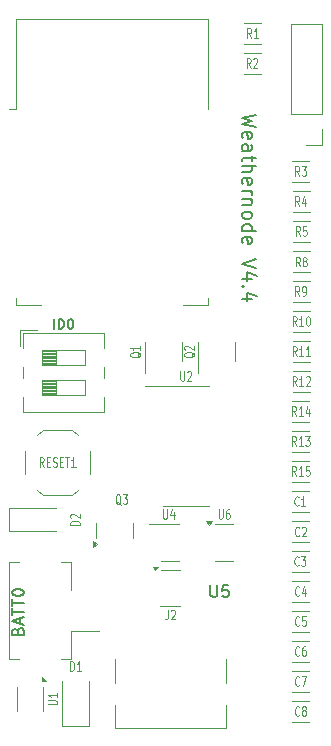
<source format=gbr>
%TF.GenerationSoftware,KiCad,Pcbnew,8.0.8*%
%TF.CreationDate,2025-02-15T17:25:52+01:00*%
%TF.ProjectId,Weathernode,57656174-6865-4726-9e6f-64652e6b6963,rev?*%
%TF.SameCoordinates,Original*%
%TF.FileFunction,Legend,Top*%
%TF.FilePolarity,Positive*%
%FSLAX46Y46*%
G04 Gerber Fmt 4.6, Leading zero omitted, Abs format (unit mm)*
G04 Created by KiCad (PCBNEW 8.0.8) date 2025-02-15 17:25:52*
%MOMM*%
%LPD*%
G01*
G04 APERTURE LIST*
%ADD10C,0.200000*%
%ADD11C,0.100000*%
%ADD12C,0.150000*%
%ADD13C,0.120000*%
G04 APERTURE END LIST*
D10*
X100925257Y-47547006D02*
X99725257Y-47832720D01*
X99725257Y-47832720D02*
X100582400Y-48061292D01*
X100582400Y-48061292D02*
X99725257Y-48289863D01*
X99725257Y-48289863D02*
X100925257Y-48575578D01*
X99782400Y-49489864D02*
X99725257Y-49375578D01*
X99725257Y-49375578D02*
X99725257Y-49147007D01*
X99725257Y-49147007D02*
X99782400Y-49032721D01*
X99782400Y-49032721D02*
X99896685Y-48975578D01*
X99896685Y-48975578D02*
X100353828Y-48975578D01*
X100353828Y-48975578D02*
X100468114Y-49032721D01*
X100468114Y-49032721D02*
X100525257Y-49147007D01*
X100525257Y-49147007D02*
X100525257Y-49375578D01*
X100525257Y-49375578D02*
X100468114Y-49489864D01*
X100468114Y-49489864D02*
X100353828Y-49547007D01*
X100353828Y-49547007D02*
X100239542Y-49547007D01*
X100239542Y-49547007D02*
X100125257Y-48975578D01*
X99725257Y-50575578D02*
X100353828Y-50575578D01*
X100353828Y-50575578D02*
X100468114Y-50518435D01*
X100468114Y-50518435D02*
X100525257Y-50404149D01*
X100525257Y-50404149D02*
X100525257Y-50175578D01*
X100525257Y-50175578D02*
X100468114Y-50061292D01*
X99782400Y-50575578D02*
X99725257Y-50461292D01*
X99725257Y-50461292D02*
X99725257Y-50175578D01*
X99725257Y-50175578D02*
X99782400Y-50061292D01*
X99782400Y-50061292D02*
X99896685Y-50004149D01*
X99896685Y-50004149D02*
X100010971Y-50004149D01*
X100010971Y-50004149D02*
X100125257Y-50061292D01*
X100125257Y-50061292D02*
X100182400Y-50175578D01*
X100182400Y-50175578D02*
X100182400Y-50461292D01*
X100182400Y-50461292D02*
X100239542Y-50575578D01*
X100525257Y-50975577D02*
X100525257Y-51432720D01*
X100925257Y-51147006D02*
X99896685Y-51147006D01*
X99896685Y-51147006D02*
X99782400Y-51204149D01*
X99782400Y-51204149D02*
X99725257Y-51318434D01*
X99725257Y-51318434D02*
X99725257Y-51432720D01*
X99725257Y-51832720D02*
X100925257Y-51832720D01*
X99725257Y-52347006D02*
X100353828Y-52347006D01*
X100353828Y-52347006D02*
X100468114Y-52289863D01*
X100468114Y-52289863D02*
X100525257Y-52175577D01*
X100525257Y-52175577D02*
X100525257Y-52004148D01*
X100525257Y-52004148D02*
X100468114Y-51889863D01*
X100468114Y-51889863D02*
X100410971Y-51832720D01*
X99782400Y-53375577D02*
X99725257Y-53261291D01*
X99725257Y-53261291D02*
X99725257Y-53032720D01*
X99725257Y-53032720D02*
X99782400Y-52918434D01*
X99782400Y-52918434D02*
X99896685Y-52861291D01*
X99896685Y-52861291D02*
X100353828Y-52861291D01*
X100353828Y-52861291D02*
X100468114Y-52918434D01*
X100468114Y-52918434D02*
X100525257Y-53032720D01*
X100525257Y-53032720D02*
X100525257Y-53261291D01*
X100525257Y-53261291D02*
X100468114Y-53375577D01*
X100468114Y-53375577D02*
X100353828Y-53432720D01*
X100353828Y-53432720D02*
X100239542Y-53432720D01*
X100239542Y-53432720D02*
X100125257Y-52861291D01*
X99725257Y-53947005D02*
X100525257Y-53947005D01*
X100296685Y-53947005D02*
X100410971Y-54004148D01*
X100410971Y-54004148D02*
X100468114Y-54061291D01*
X100468114Y-54061291D02*
X100525257Y-54175576D01*
X100525257Y-54175576D02*
X100525257Y-54289862D01*
X100525257Y-54689862D02*
X99725257Y-54689862D01*
X100410971Y-54689862D02*
X100468114Y-54747005D01*
X100468114Y-54747005D02*
X100525257Y-54861290D01*
X100525257Y-54861290D02*
X100525257Y-55032719D01*
X100525257Y-55032719D02*
X100468114Y-55147005D01*
X100468114Y-55147005D02*
X100353828Y-55204148D01*
X100353828Y-55204148D02*
X99725257Y-55204148D01*
X99725257Y-55947004D02*
X99782400Y-55832719D01*
X99782400Y-55832719D02*
X99839542Y-55775576D01*
X99839542Y-55775576D02*
X99953828Y-55718433D01*
X99953828Y-55718433D02*
X100296685Y-55718433D01*
X100296685Y-55718433D02*
X100410971Y-55775576D01*
X100410971Y-55775576D02*
X100468114Y-55832719D01*
X100468114Y-55832719D02*
X100525257Y-55947004D01*
X100525257Y-55947004D02*
X100525257Y-56118433D01*
X100525257Y-56118433D02*
X100468114Y-56232719D01*
X100468114Y-56232719D02*
X100410971Y-56289862D01*
X100410971Y-56289862D02*
X100296685Y-56347004D01*
X100296685Y-56347004D02*
X99953828Y-56347004D01*
X99953828Y-56347004D02*
X99839542Y-56289862D01*
X99839542Y-56289862D02*
X99782400Y-56232719D01*
X99782400Y-56232719D02*
X99725257Y-56118433D01*
X99725257Y-56118433D02*
X99725257Y-55947004D01*
X99725257Y-57375576D02*
X100925257Y-57375576D01*
X99782400Y-57375576D02*
X99725257Y-57261290D01*
X99725257Y-57261290D02*
X99725257Y-57032718D01*
X99725257Y-57032718D02*
X99782400Y-56918433D01*
X99782400Y-56918433D02*
X99839542Y-56861290D01*
X99839542Y-56861290D02*
X99953828Y-56804147D01*
X99953828Y-56804147D02*
X100296685Y-56804147D01*
X100296685Y-56804147D02*
X100410971Y-56861290D01*
X100410971Y-56861290D02*
X100468114Y-56918433D01*
X100468114Y-56918433D02*
X100525257Y-57032718D01*
X100525257Y-57032718D02*
X100525257Y-57261290D01*
X100525257Y-57261290D02*
X100468114Y-57375576D01*
X99782400Y-58404147D02*
X99725257Y-58289861D01*
X99725257Y-58289861D02*
X99725257Y-58061290D01*
X99725257Y-58061290D02*
X99782400Y-57947004D01*
X99782400Y-57947004D02*
X99896685Y-57889861D01*
X99896685Y-57889861D02*
X100353828Y-57889861D01*
X100353828Y-57889861D02*
X100468114Y-57947004D01*
X100468114Y-57947004D02*
X100525257Y-58061290D01*
X100525257Y-58061290D02*
X100525257Y-58289861D01*
X100525257Y-58289861D02*
X100468114Y-58404147D01*
X100468114Y-58404147D02*
X100353828Y-58461290D01*
X100353828Y-58461290D02*
X100239542Y-58461290D01*
X100239542Y-58461290D02*
X100125257Y-57889861D01*
X100925257Y-59718432D02*
X99725257Y-60118432D01*
X99725257Y-60118432D02*
X100925257Y-60518432D01*
X100525257Y-61432718D02*
X99725257Y-61432718D01*
X100982400Y-61147003D02*
X100125257Y-60861289D01*
X100125257Y-60861289D02*
X100125257Y-61604146D01*
X99839542Y-62061289D02*
X99782400Y-62118432D01*
X99782400Y-62118432D02*
X99725257Y-62061289D01*
X99725257Y-62061289D02*
X99782400Y-62004146D01*
X99782400Y-62004146D02*
X99839542Y-62061289D01*
X99839542Y-62061289D02*
X99725257Y-62061289D01*
X100525257Y-63147004D02*
X99725257Y-63147004D01*
X100982400Y-62861289D02*
X100125257Y-62575575D01*
X100125257Y-62575575D02*
X100125257Y-63318432D01*
D11*
X104323785Y-70468895D02*
X104123785Y-70087942D01*
X103980928Y-70468895D02*
X103980928Y-69668895D01*
X103980928Y-69668895D02*
X104209499Y-69668895D01*
X104209499Y-69668895D02*
X104266642Y-69706990D01*
X104266642Y-69706990D02*
X104295213Y-69745085D01*
X104295213Y-69745085D02*
X104323785Y-69821276D01*
X104323785Y-69821276D02*
X104323785Y-69935561D01*
X104323785Y-69935561D02*
X104295213Y-70011752D01*
X104295213Y-70011752D02*
X104266642Y-70049847D01*
X104266642Y-70049847D02*
X104209499Y-70087942D01*
X104209499Y-70087942D02*
X103980928Y-70087942D01*
X104895213Y-70468895D02*
X104552356Y-70468895D01*
X104723785Y-70468895D02*
X104723785Y-69668895D01*
X104723785Y-69668895D02*
X104666642Y-69783180D01*
X104666642Y-69783180D02*
X104609499Y-69859371D01*
X104609499Y-69859371D02*
X104552356Y-69897466D01*
X105123785Y-69745085D02*
X105152357Y-69706990D01*
X105152357Y-69706990D02*
X105209500Y-69668895D01*
X105209500Y-69668895D02*
X105352357Y-69668895D01*
X105352357Y-69668895D02*
X105409500Y-69706990D01*
X105409500Y-69706990D02*
X105438071Y-69745085D01*
X105438071Y-69745085D02*
X105466642Y-69821276D01*
X105466642Y-69821276D02*
X105466642Y-69897466D01*
X105466642Y-69897466D02*
X105438071Y-70011752D01*
X105438071Y-70011752D02*
X105095214Y-70468895D01*
X105095214Y-70468895D02*
X105466642Y-70468895D01*
X104274785Y-75548895D02*
X104074785Y-75167942D01*
X103931928Y-75548895D02*
X103931928Y-74748895D01*
X103931928Y-74748895D02*
X104160499Y-74748895D01*
X104160499Y-74748895D02*
X104217642Y-74786990D01*
X104217642Y-74786990D02*
X104246213Y-74825085D01*
X104246213Y-74825085D02*
X104274785Y-74901276D01*
X104274785Y-74901276D02*
X104274785Y-75015561D01*
X104274785Y-75015561D02*
X104246213Y-75091752D01*
X104246213Y-75091752D02*
X104217642Y-75129847D01*
X104217642Y-75129847D02*
X104160499Y-75167942D01*
X104160499Y-75167942D02*
X103931928Y-75167942D01*
X104846213Y-75548895D02*
X104503356Y-75548895D01*
X104674785Y-75548895D02*
X104674785Y-74748895D01*
X104674785Y-74748895D02*
X104617642Y-74863180D01*
X104617642Y-74863180D02*
X104560499Y-74939371D01*
X104560499Y-74939371D02*
X104503356Y-74977466D01*
X105046214Y-74748895D02*
X105417642Y-74748895D01*
X105417642Y-74748895D02*
X105217642Y-75053657D01*
X105217642Y-75053657D02*
X105303357Y-75053657D01*
X105303357Y-75053657D02*
X105360500Y-75091752D01*
X105360500Y-75091752D02*
X105389071Y-75129847D01*
X105389071Y-75129847D02*
X105417642Y-75206038D01*
X105417642Y-75206038D02*
X105417642Y-75396514D01*
X105417642Y-75396514D02*
X105389071Y-75472704D01*
X105389071Y-75472704D02*
X105360500Y-75510800D01*
X105360500Y-75510800D02*
X105303357Y-75548895D01*
X105303357Y-75548895D02*
X105131928Y-75548895D01*
X105131928Y-75548895D02*
X105074785Y-75510800D01*
X105074785Y-75510800D02*
X105046214Y-75472704D01*
X104609500Y-60370395D02*
X104409500Y-59989442D01*
X104266643Y-60370395D02*
X104266643Y-59570395D01*
X104266643Y-59570395D02*
X104495214Y-59570395D01*
X104495214Y-59570395D02*
X104552357Y-59608490D01*
X104552357Y-59608490D02*
X104580928Y-59646585D01*
X104580928Y-59646585D02*
X104609500Y-59722776D01*
X104609500Y-59722776D02*
X104609500Y-59837061D01*
X104609500Y-59837061D02*
X104580928Y-59913252D01*
X104580928Y-59913252D02*
X104552357Y-59951347D01*
X104552357Y-59951347D02*
X104495214Y-59989442D01*
X104495214Y-59989442D02*
X104266643Y-59989442D01*
X104952357Y-59913252D02*
X104895214Y-59875157D01*
X104895214Y-59875157D02*
X104866643Y-59837061D01*
X104866643Y-59837061D02*
X104838071Y-59760871D01*
X104838071Y-59760871D02*
X104838071Y-59722776D01*
X104838071Y-59722776D02*
X104866643Y-59646585D01*
X104866643Y-59646585D02*
X104895214Y-59608490D01*
X104895214Y-59608490D02*
X104952357Y-59570395D01*
X104952357Y-59570395D02*
X105066643Y-59570395D01*
X105066643Y-59570395D02*
X105123786Y-59608490D01*
X105123786Y-59608490D02*
X105152357Y-59646585D01*
X105152357Y-59646585D02*
X105180928Y-59722776D01*
X105180928Y-59722776D02*
X105180928Y-59760871D01*
X105180928Y-59760871D02*
X105152357Y-59837061D01*
X105152357Y-59837061D02*
X105123786Y-59875157D01*
X105123786Y-59875157D02*
X105066643Y-59913252D01*
X105066643Y-59913252D02*
X104952357Y-59913252D01*
X104952357Y-59913252D02*
X104895214Y-59951347D01*
X104895214Y-59951347D02*
X104866643Y-59989442D01*
X104866643Y-59989442D02*
X104838071Y-60065633D01*
X104838071Y-60065633D02*
X104838071Y-60218014D01*
X104838071Y-60218014D02*
X104866643Y-60294204D01*
X104866643Y-60294204D02*
X104895214Y-60332300D01*
X104895214Y-60332300D02*
X104952357Y-60370395D01*
X104952357Y-60370395D02*
X105066643Y-60370395D01*
X105066643Y-60370395D02*
X105123786Y-60332300D01*
X105123786Y-60332300D02*
X105152357Y-60294204D01*
X105152357Y-60294204D02*
X105180928Y-60218014D01*
X105180928Y-60218014D02*
X105180928Y-60065633D01*
X105180928Y-60065633D02*
X105152357Y-59989442D01*
X105152357Y-59989442D02*
X105123786Y-59951347D01*
X105123786Y-59951347D02*
X105066643Y-59913252D01*
D12*
X97028095Y-87338819D02*
X97028095Y-88148342D01*
X97028095Y-88148342D02*
X97075714Y-88243580D01*
X97075714Y-88243580D02*
X97123333Y-88291200D01*
X97123333Y-88291200D02*
X97218571Y-88338819D01*
X97218571Y-88338819D02*
X97409047Y-88338819D01*
X97409047Y-88338819D02*
X97504285Y-88291200D01*
X97504285Y-88291200D02*
X97551904Y-88243580D01*
X97551904Y-88243580D02*
X97599523Y-88148342D01*
X97599523Y-88148342D02*
X97599523Y-87338819D01*
X98551904Y-87338819D02*
X98075714Y-87338819D01*
X98075714Y-87338819D02*
X98028095Y-87815009D01*
X98028095Y-87815009D02*
X98075714Y-87767390D01*
X98075714Y-87767390D02*
X98170952Y-87719771D01*
X98170952Y-87719771D02*
X98409047Y-87719771D01*
X98409047Y-87719771D02*
X98504285Y-87767390D01*
X98504285Y-87767390D02*
X98551904Y-87815009D01*
X98551904Y-87815009D02*
X98599523Y-87910247D01*
X98599523Y-87910247D02*
X98599523Y-88148342D01*
X98599523Y-88148342D02*
X98551904Y-88243580D01*
X98551904Y-88243580D02*
X98504285Y-88291200D01*
X98504285Y-88291200D02*
X98409047Y-88338819D01*
X98409047Y-88338819D02*
X98170952Y-88338819D01*
X98170952Y-88338819D02*
X98075714Y-88291200D01*
X98075714Y-88291200D02*
X98028095Y-88243580D01*
D11*
X93014857Y-80918895D02*
X93014857Y-81566514D01*
X93014857Y-81566514D02*
X93043428Y-81642704D01*
X93043428Y-81642704D02*
X93072000Y-81680800D01*
X93072000Y-81680800D02*
X93129142Y-81718895D01*
X93129142Y-81718895D02*
X93243428Y-81718895D01*
X93243428Y-81718895D02*
X93300571Y-81680800D01*
X93300571Y-81680800D02*
X93329142Y-81642704D01*
X93329142Y-81642704D02*
X93357714Y-81566514D01*
X93357714Y-81566514D02*
X93357714Y-80918895D01*
X93900571Y-81185561D02*
X93900571Y-81718895D01*
X93757713Y-80880800D02*
X93614856Y-81452228D01*
X93614856Y-81452228D02*
X93986285Y-81452228D01*
X100422500Y-43544895D02*
X100222500Y-43163942D01*
X100079643Y-43544895D02*
X100079643Y-42744895D01*
X100079643Y-42744895D02*
X100308214Y-42744895D01*
X100308214Y-42744895D02*
X100365357Y-42782990D01*
X100365357Y-42782990D02*
X100393928Y-42821085D01*
X100393928Y-42821085D02*
X100422500Y-42897276D01*
X100422500Y-42897276D02*
X100422500Y-43011561D01*
X100422500Y-43011561D02*
X100393928Y-43087752D01*
X100393928Y-43087752D02*
X100365357Y-43125847D01*
X100365357Y-43125847D02*
X100308214Y-43163942D01*
X100308214Y-43163942D02*
X100079643Y-43163942D01*
X100651071Y-42821085D02*
X100679643Y-42782990D01*
X100679643Y-42782990D02*
X100736786Y-42744895D01*
X100736786Y-42744895D02*
X100879643Y-42744895D01*
X100879643Y-42744895D02*
X100936786Y-42782990D01*
X100936786Y-42782990D02*
X100965357Y-42821085D01*
X100965357Y-42821085D02*
X100993928Y-42897276D01*
X100993928Y-42897276D02*
X100993928Y-42973466D01*
X100993928Y-42973466D02*
X100965357Y-43087752D01*
X100965357Y-43087752D02*
X100622500Y-43544895D01*
X100622500Y-43544895D02*
X100993928Y-43544895D01*
X104323785Y-67935095D02*
X104123785Y-67554142D01*
X103980928Y-67935095D02*
X103980928Y-67135095D01*
X103980928Y-67135095D02*
X104209499Y-67135095D01*
X104209499Y-67135095D02*
X104266642Y-67173190D01*
X104266642Y-67173190D02*
X104295213Y-67211285D01*
X104295213Y-67211285D02*
X104323785Y-67287476D01*
X104323785Y-67287476D02*
X104323785Y-67401761D01*
X104323785Y-67401761D02*
X104295213Y-67477952D01*
X104295213Y-67477952D02*
X104266642Y-67516047D01*
X104266642Y-67516047D02*
X104209499Y-67554142D01*
X104209499Y-67554142D02*
X103980928Y-67554142D01*
X104895213Y-67935095D02*
X104552356Y-67935095D01*
X104723785Y-67935095D02*
X104723785Y-67135095D01*
X104723785Y-67135095D02*
X104666642Y-67249380D01*
X104666642Y-67249380D02*
X104609499Y-67325571D01*
X104609499Y-67325571D02*
X104552356Y-67363666D01*
X105466642Y-67935095D02*
X105123785Y-67935095D01*
X105295214Y-67935095D02*
X105295214Y-67135095D01*
X105295214Y-67135095D02*
X105238071Y-67249380D01*
X105238071Y-67249380D02*
X105180928Y-67325571D01*
X105180928Y-67325571D02*
X105123785Y-67363666D01*
X104274785Y-73008895D02*
X104074785Y-72627942D01*
X103931928Y-73008895D02*
X103931928Y-72208895D01*
X103931928Y-72208895D02*
X104160499Y-72208895D01*
X104160499Y-72208895D02*
X104217642Y-72246990D01*
X104217642Y-72246990D02*
X104246213Y-72285085D01*
X104246213Y-72285085D02*
X104274785Y-72361276D01*
X104274785Y-72361276D02*
X104274785Y-72475561D01*
X104274785Y-72475561D02*
X104246213Y-72551752D01*
X104246213Y-72551752D02*
X104217642Y-72589847D01*
X104217642Y-72589847D02*
X104160499Y-72627942D01*
X104160499Y-72627942D02*
X103931928Y-72627942D01*
X104846213Y-73008895D02*
X104503356Y-73008895D01*
X104674785Y-73008895D02*
X104674785Y-72208895D01*
X104674785Y-72208895D02*
X104617642Y-72323180D01*
X104617642Y-72323180D02*
X104560499Y-72399371D01*
X104560499Y-72399371D02*
X104503356Y-72437466D01*
X105360500Y-72475561D02*
X105360500Y-73008895D01*
X105217642Y-72170800D02*
X105074785Y-72742228D01*
X105074785Y-72742228D02*
X105446214Y-72742228D01*
X104548000Y-95792704D02*
X104519428Y-95830800D01*
X104519428Y-95830800D02*
X104433714Y-95868895D01*
X104433714Y-95868895D02*
X104376571Y-95868895D01*
X104376571Y-95868895D02*
X104290857Y-95830800D01*
X104290857Y-95830800D02*
X104233714Y-95754609D01*
X104233714Y-95754609D02*
X104205143Y-95678419D01*
X104205143Y-95678419D02*
X104176571Y-95526038D01*
X104176571Y-95526038D02*
X104176571Y-95411752D01*
X104176571Y-95411752D02*
X104205143Y-95259371D01*
X104205143Y-95259371D02*
X104233714Y-95183180D01*
X104233714Y-95183180D02*
X104290857Y-95106990D01*
X104290857Y-95106990D02*
X104376571Y-95068895D01*
X104376571Y-95068895D02*
X104433714Y-95068895D01*
X104433714Y-95068895D02*
X104519428Y-95106990D01*
X104519428Y-95106990D02*
X104548000Y-95145085D01*
X104748000Y-95068895D02*
X105148000Y-95068895D01*
X105148000Y-95068895D02*
X104890857Y-95868895D01*
X95691085Y-67621142D02*
X95652990Y-67678285D01*
X95652990Y-67678285D02*
X95576800Y-67735428D01*
X95576800Y-67735428D02*
X95462514Y-67821142D01*
X95462514Y-67821142D02*
X95424419Y-67878285D01*
X95424419Y-67878285D02*
X95424419Y-67935428D01*
X95614895Y-67906857D02*
X95576800Y-67964000D01*
X95576800Y-67964000D02*
X95500609Y-68021142D01*
X95500609Y-68021142D02*
X95348228Y-68049714D01*
X95348228Y-68049714D02*
X95081561Y-68049714D01*
X95081561Y-68049714D02*
X94929180Y-68021142D01*
X94929180Y-68021142D02*
X94852990Y-67964000D01*
X94852990Y-67964000D02*
X94814895Y-67906857D01*
X94814895Y-67906857D02*
X94814895Y-67792571D01*
X94814895Y-67792571D02*
X94852990Y-67735428D01*
X94852990Y-67735428D02*
X94929180Y-67678285D01*
X94929180Y-67678285D02*
X95081561Y-67649714D01*
X95081561Y-67649714D02*
X95348228Y-67649714D01*
X95348228Y-67649714D02*
X95500609Y-67678285D01*
X95500609Y-67678285D02*
X95576800Y-67735428D01*
X95576800Y-67735428D02*
X95614895Y-67792571D01*
X95614895Y-67792571D02*
X95614895Y-67906857D01*
X94891085Y-67421143D02*
X94852990Y-67392571D01*
X94852990Y-67392571D02*
X94814895Y-67335429D01*
X94814895Y-67335429D02*
X94814895Y-67192571D01*
X94814895Y-67192571D02*
X94852990Y-67135429D01*
X94852990Y-67135429D02*
X94891085Y-67106857D01*
X94891085Y-67106857D02*
X94967276Y-67078286D01*
X94967276Y-67078286D02*
X95043466Y-67078286D01*
X95043466Y-67078286D02*
X95157752Y-67106857D01*
X95157752Y-67106857D02*
X95614895Y-67449714D01*
X95614895Y-67449714D02*
X95614895Y-67078286D01*
X85155143Y-94598895D02*
X85155143Y-93798895D01*
X85155143Y-93798895D02*
X85298000Y-93798895D01*
X85298000Y-93798895D02*
X85383714Y-93836990D01*
X85383714Y-93836990D02*
X85440857Y-93913180D01*
X85440857Y-93913180D02*
X85469428Y-93989371D01*
X85469428Y-93989371D02*
X85498000Y-94141752D01*
X85498000Y-94141752D02*
X85498000Y-94256038D01*
X85498000Y-94256038D02*
X85469428Y-94408419D01*
X85469428Y-94408419D02*
X85440857Y-94484609D01*
X85440857Y-94484609D02*
X85383714Y-94560800D01*
X85383714Y-94560800D02*
X85298000Y-94598895D01*
X85298000Y-94598895D02*
X85155143Y-94598895D01*
X86069428Y-94598895D02*
X85726571Y-94598895D01*
X85898000Y-94598895D02*
X85898000Y-93798895D01*
X85898000Y-93798895D02*
X85840857Y-93913180D01*
X85840857Y-93913180D02*
X85783714Y-93989371D01*
X85783714Y-93989371D02*
X85726571Y-94027466D01*
X89416857Y-80548085D02*
X89359714Y-80509990D01*
X89359714Y-80509990D02*
X89302571Y-80433800D01*
X89302571Y-80433800D02*
X89216857Y-80319514D01*
X89216857Y-80319514D02*
X89159714Y-80281419D01*
X89159714Y-80281419D02*
X89102571Y-80281419D01*
X89131142Y-80471895D02*
X89074000Y-80433800D01*
X89074000Y-80433800D02*
X89016857Y-80357609D01*
X89016857Y-80357609D02*
X88988285Y-80205228D01*
X88988285Y-80205228D02*
X88988285Y-79938561D01*
X88988285Y-79938561D02*
X89016857Y-79786180D01*
X89016857Y-79786180D02*
X89074000Y-79709990D01*
X89074000Y-79709990D02*
X89131142Y-79671895D01*
X89131142Y-79671895D02*
X89245428Y-79671895D01*
X89245428Y-79671895D02*
X89302571Y-79709990D01*
X89302571Y-79709990D02*
X89359714Y-79786180D01*
X89359714Y-79786180D02*
X89388285Y-79938561D01*
X89388285Y-79938561D02*
X89388285Y-80205228D01*
X89388285Y-80205228D02*
X89359714Y-80357609D01*
X89359714Y-80357609D02*
X89302571Y-80433800D01*
X89302571Y-80433800D02*
X89245428Y-80471895D01*
X89245428Y-80471895D02*
X89131142Y-80471895D01*
X89588285Y-79671895D02*
X89959713Y-79671895D01*
X89959713Y-79671895D02*
X89759713Y-79976657D01*
X89759713Y-79976657D02*
X89845428Y-79976657D01*
X89845428Y-79976657D02*
X89902571Y-80014752D01*
X89902571Y-80014752D02*
X89931142Y-80052847D01*
X89931142Y-80052847D02*
X89959713Y-80129038D01*
X89959713Y-80129038D02*
X89959713Y-80319514D01*
X89959713Y-80319514D02*
X89931142Y-80395704D01*
X89931142Y-80395704D02*
X89902571Y-80433800D01*
X89902571Y-80433800D02*
X89845428Y-80471895D01*
X89845428Y-80471895D02*
X89673999Y-80471895D01*
X89673999Y-80471895D02*
X89616856Y-80433800D01*
X89616856Y-80433800D02*
X89588285Y-80395704D01*
X104548000Y-83128904D02*
X104519428Y-83167000D01*
X104519428Y-83167000D02*
X104433714Y-83205095D01*
X104433714Y-83205095D02*
X104376571Y-83205095D01*
X104376571Y-83205095D02*
X104290857Y-83167000D01*
X104290857Y-83167000D02*
X104233714Y-83090809D01*
X104233714Y-83090809D02*
X104205143Y-83014619D01*
X104205143Y-83014619D02*
X104176571Y-82862238D01*
X104176571Y-82862238D02*
X104176571Y-82747952D01*
X104176571Y-82747952D02*
X104205143Y-82595571D01*
X104205143Y-82595571D02*
X104233714Y-82519380D01*
X104233714Y-82519380D02*
X104290857Y-82443190D01*
X104290857Y-82443190D02*
X104376571Y-82405095D01*
X104376571Y-82405095D02*
X104433714Y-82405095D01*
X104433714Y-82405095D02*
X104519428Y-82443190D01*
X104519428Y-82443190D02*
X104548000Y-82481285D01*
X104776571Y-82481285D02*
X104805143Y-82443190D01*
X104805143Y-82443190D02*
X104862286Y-82405095D01*
X104862286Y-82405095D02*
X105005143Y-82405095D01*
X105005143Y-82405095D02*
X105062286Y-82443190D01*
X105062286Y-82443190D02*
X105090857Y-82481285D01*
X105090857Y-82481285D02*
X105119428Y-82557476D01*
X105119428Y-82557476D02*
X105119428Y-82633666D01*
X105119428Y-82633666D02*
X105090857Y-82747952D01*
X105090857Y-82747952D02*
X104748000Y-83205095D01*
X104748000Y-83205095D02*
X105119428Y-83205095D01*
X104548000Y-93252704D02*
X104519428Y-93290800D01*
X104519428Y-93290800D02*
X104433714Y-93328895D01*
X104433714Y-93328895D02*
X104376571Y-93328895D01*
X104376571Y-93328895D02*
X104290857Y-93290800D01*
X104290857Y-93290800D02*
X104233714Y-93214609D01*
X104233714Y-93214609D02*
X104205143Y-93138419D01*
X104205143Y-93138419D02*
X104176571Y-92986038D01*
X104176571Y-92986038D02*
X104176571Y-92871752D01*
X104176571Y-92871752D02*
X104205143Y-92719371D01*
X104205143Y-92719371D02*
X104233714Y-92643180D01*
X104233714Y-92643180D02*
X104290857Y-92566990D01*
X104290857Y-92566990D02*
X104376571Y-92528895D01*
X104376571Y-92528895D02*
X104433714Y-92528895D01*
X104433714Y-92528895D02*
X104519428Y-92566990D01*
X104519428Y-92566990D02*
X104548000Y-92605085D01*
X105062286Y-92528895D02*
X104948000Y-92528895D01*
X104948000Y-92528895D02*
X104890857Y-92566990D01*
X104890857Y-92566990D02*
X104862286Y-92605085D01*
X104862286Y-92605085D02*
X104805143Y-92719371D01*
X104805143Y-92719371D02*
X104776571Y-92871752D01*
X104776571Y-92871752D02*
X104776571Y-93176514D01*
X104776571Y-93176514D02*
X104805143Y-93252704D01*
X104805143Y-93252704D02*
X104833714Y-93290800D01*
X104833714Y-93290800D02*
X104890857Y-93328895D01*
X104890857Y-93328895D02*
X105005143Y-93328895D01*
X105005143Y-93328895D02*
X105062286Y-93290800D01*
X105062286Y-93290800D02*
X105090857Y-93252704D01*
X105090857Y-93252704D02*
X105119428Y-93176514D01*
X105119428Y-93176514D02*
X105119428Y-92986038D01*
X105119428Y-92986038D02*
X105090857Y-92909847D01*
X105090857Y-92909847D02*
X105062286Y-92871752D01*
X105062286Y-92871752D02*
X105005143Y-92833657D01*
X105005143Y-92833657D02*
X104890857Y-92833657D01*
X104890857Y-92833657D02*
X104833714Y-92871752D01*
X104833714Y-92871752D02*
X104805143Y-92909847D01*
X104805143Y-92909847D02*
X104776571Y-92986038D01*
X104274785Y-78088895D02*
X104074785Y-77707942D01*
X103931928Y-78088895D02*
X103931928Y-77288895D01*
X103931928Y-77288895D02*
X104160499Y-77288895D01*
X104160499Y-77288895D02*
X104217642Y-77326990D01*
X104217642Y-77326990D02*
X104246213Y-77365085D01*
X104246213Y-77365085D02*
X104274785Y-77441276D01*
X104274785Y-77441276D02*
X104274785Y-77555561D01*
X104274785Y-77555561D02*
X104246213Y-77631752D01*
X104246213Y-77631752D02*
X104217642Y-77669847D01*
X104217642Y-77669847D02*
X104160499Y-77707942D01*
X104160499Y-77707942D02*
X103931928Y-77707942D01*
X104846213Y-78088895D02*
X104503356Y-78088895D01*
X104674785Y-78088895D02*
X104674785Y-77288895D01*
X104674785Y-77288895D02*
X104617642Y-77403180D01*
X104617642Y-77403180D02*
X104560499Y-77479371D01*
X104560499Y-77479371D02*
X104503356Y-77517466D01*
X105389071Y-77288895D02*
X105103357Y-77288895D01*
X105103357Y-77288895D02*
X105074785Y-77669847D01*
X105074785Y-77669847D02*
X105103357Y-77631752D01*
X105103357Y-77631752D02*
X105160500Y-77593657D01*
X105160500Y-77593657D02*
X105303357Y-77593657D01*
X105303357Y-77593657D02*
X105360500Y-77631752D01*
X105360500Y-77631752D02*
X105389071Y-77669847D01*
X105389071Y-77669847D02*
X105417642Y-77746038D01*
X105417642Y-77746038D02*
X105417642Y-77936514D01*
X105417642Y-77936514D02*
X105389071Y-78012704D01*
X105389071Y-78012704D02*
X105360500Y-78050800D01*
X105360500Y-78050800D02*
X105303357Y-78088895D01*
X105303357Y-78088895D02*
X105160500Y-78088895D01*
X105160500Y-78088895D02*
X105103357Y-78050800D01*
X105103357Y-78050800D02*
X105074785Y-78012704D01*
X93429999Y-89423895D02*
X93429999Y-89995323D01*
X93429999Y-89995323D02*
X93401428Y-90109609D01*
X93401428Y-90109609D02*
X93344285Y-90185800D01*
X93344285Y-90185800D02*
X93258571Y-90223895D01*
X93258571Y-90223895D02*
X93201428Y-90223895D01*
X93687142Y-89500085D02*
X93715714Y-89461990D01*
X93715714Y-89461990D02*
X93772857Y-89423895D01*
X93772857Y-89423895D02*
X93915714Y-89423895D01*
X93915714Y-89423895D02*
X93972857Y-89461990D01*
X93972857Y-89461990D02*
X94001428Y-89500085D01*
X94001428Y-89500085D02*
X94029999Y-89576276D01*
X94029999Y-89576276D02*
X94029999Y-89652466D01*
X94029999Y-89652466D02*
X94001428Y-89766752D01*
X94001428Y-89766752D02*
X93658571Y-90223895D01*
X93658571Y-90223895D02*
X94029999Y-90223895D01*
X104499000Y-85632704D02*
X104470428Y-85670800D01*
X104470428Y-85670800D02*
X104384714Y-85708895D01*
X104384714Y-85708895D02*
X104327571Y-85708895D01*
X104327571Y-85708895D02*
X104241857Y-85670800D01*
X104241857Y-85670800D02*
X104184714Y-85594609D01*
X104184714Y-85594609D02*
X104156143Y-85518419D01*
X104156143Y-85518419D02*
X104127571Y-85366038D01*
X104127571Y-85366038D02*
X104127571Y-85251752D01*
X104127571Y-85251752D02*
X104156143Y-85099371D01*
X104156143Y-85099371D02*
X104184714Y-85023180D01*
X104184714Y-85023180D02*
X104241857Y-84946990D01*
X104241857Y-84946990D02*
X104327571Y-84908895D01*
X104327571Y-84908895D02*
X104384714Y-84908895D01*
X104384714Y-84908895D02*
X104470428Y-84946990D01*
X104470428Y-84946990D02*
X104499000Y-84985085D01*
X104699000Y-84908895D02*
X105070428Y-84908895D01*
X105070428Y-84908895D02*
X104870428Y-85213657D01*
X104870428Y-85213657D02*
X104956143Y-85213657D01*
X104956143Y-85213657D02*
X105013286Y-85251752D01*
X105013286Y-85251752D02*
X105041857Y-85289847D01*
X105041857Y-85289847D02*
X105070428Y-85366038D01*
X105070428Y-85366038D02*
X105070428Y-85556514D01*
X105070428Y-85556514D02*
X105041857Y-85632704D01*
X105041857Y-85632704D02*
X105013286Y-85670800D01*
X105013286Y-85670800D02*
X104956143Y-85708895D01*
X104956143Y-85708895D02*
X104784714Y-85708895D01*
X104784714Y-85708895D02*
X104727571Y-85670800D01*
X104727571Y-85670800D02*
X104699000Y-85632704D01*
X94473857Y-69229895D02*
X94473857Y-69877514D01*
X94473857Y-69877514D02*
X94502428Y-69953704D01*
X94502428Y-69953704D02*
X94531000Y-69991800D01*
X94531000Y-69991800D02*
X94588142Y-70029895D01*
X94588142Y-70029895D02*
X94702428Y-70029895D01*
X94702428Y-70029895D02*
X94759571Y-69991800D01*
X94759571Y-69991800D02*
X94788142Y-69953704D01*
X94788142Y-69953704D02*
X94816714Y-69877514D01*
X94816714Y-69877514D02*
X94816714Y-69229895D01*
X95073856Y-69306085D02*
X95102428Y-69267990D01*
X95102428Y-69267990D02*
X95159571Y-69229895D01*
X95159571Y-69229895D02*
X95302428Y-69229895D01*
X95302428Y-69229895D02*
X95359571Y-69267990D01*
X95359571Y-69267990D02*
X95388142Y-69306085D01*
X95388142Y-69306085D02*
X95416713Y-69382276D01*
X95416713Y-69382276D02*
X95416713Y-69458466D01*
X95416713Y-69458466D02*
X95388142Y-69572752D01*
X95388142Y-69572752D02*
X95045285Y-70029895D01*
X95045285Y-70029895D02*
X95416713Y-70029895D01*
X104499000Y-80552704D02*
X104470428Y-80590800D01*
X104470428Y-80590800D02*
X104384714Y-80628895D01*
X104384714Y-80628895D02*
X104327571Y-80628895D01*
X104327571Y-80628895D02*
X104241857Y-80590800D01*
X104241857Y-80590800D02*
X104184714Y-80514609D01*
X104184714Y-80514609D02*
X104156143Y-80438419D01*
X104156143Y-80438419D02*
X104127571Y-80286038D01*
X104127571Y-80286038D02*
X104127571Y-80171752D01*
X104127571Y-80171752D02*
X104156143Y-80019371D01*
X104156143Y-80019371D02*
X104184714Y-79943180D01*
X104184714Y-79943180D02*
X104241857Y-79866990D01*
X104241857Y-79866990D02*
X104327571Y-79828895D01*
X104327571Y-79828895D02*
X104384714Y-79828895D01*
X104384714Y-79828895D02*
X104470428Y-79866990D01*
X104470428Y-79866990D02*
X104499000Y-79905085D01*
X105070428Y-80628895D02*
X104727571Y-80628895D01*
X104899000Y-80628895D02*
X104899000Y-79828895D01*
X104899000Y-79828895D02*
X104841857Y-79943180D01*
X104841857Y-79943180D02*
X104784714Y-80019371D01*
X104784714Y-80019371D02*
X104727571Y-80057466D01*
X83256895Y-97431142D02*
X83904514Y-97431142D01*
X83904514Y-97431142D02*
X83980704Y-97402571D01*
X83980704Y-97402571D02*
X84018800Y-97374000D01*
X84018800Y-97374000D02*
X84056895Y-97316857D01*
X84056895Y-97316857D02*
X84056895Y-97202571D01*
X84056895Y-97202571D02*
X84018800Y-97145428D01*
X84018800Y-97145428D02*
X83980704Y-97116857D01*
X83980704Y-97116857D02*
X83904514Y-97088285D01*
X83904514Y-97088285D02*
X83256895Y-97088285D01*
X84056895Y-96488286D02*
X84056895Y-96831143D01*
X84056895Y-96659714D02*
X83256895Y-96659714D01*
X83256895Y-96659714D02*
X83371180Y-96716857D01*
X83371180Y-96716857D02*
X83447371Y-96774000D01*
X83447371Y-96774000D02*
X83485466Y-96831143D01*
X104559400Y-62848895D02*
X104359400Y-62467942D01*
X104216543Y-62848895D02*
X104216543Y-62048895D01*
X104216543Y-62048895D02*
X104445114Y-62048895D01*
X104445114Y-62048895D02*
X104502257Y-62086990D01*
X104502257Y-62086990D02*
X104530828Y-62125085D01*
X104530828Y-62125085D02*
X104559400Y-62201276D01*
X104559400Y-62201276D02*
X104559400Y-62315561D01*
X104559400Y-62315561D02*
X104530828Y-62391752D01*
X104530828Y-62391752D02*
X104502257Y-62429847D01*
X104502257Y-62429847D02*
X104445114Y-62467942D01*
X104445114Y-62467942D02*
X104216543Y-62467942D01*
X104845114Y-62848895D02*
X104959400Y-62848895D01*
X104959400Y-62848895D02*
X105016543Y-62810800D01*
X105016543Y-62810800D02*
X105045114Y-62772704D01*
X105045114Y-62772704D02*
X105102257Y-62658419D01*
X105102257Y-62658419D02*
X105130828Y-62506038D01*
X105130828Y-62506038D02*
X105130828Y-62201276D01*
X105130828Y-62201276D02*
X105102257Y-62125085D01*
X105102257Y-62125085D02*
X105073686Y-62086990D01*
X105073686Y-62086990D02*
X105016543Y-62048895D01*
X105016543Y-62048895D02*
X104902257Y-62048895D01*
X104902257Y-62048895D02*
X104845114Y-62086990D01*
X104845114Y-62086990D02*
X104816543Y-62125085D01*
X104816543Y-62125085D02*
X104787971Y-62201276D01*
X104787971Y-62201276D02*
X104787971Y-62391752D01*
X104787971Y-62391752D02*
X104816543Y-62467942D01*
X104816543Y-62467942D02*
X104845114Y-62506038D01*
X104845114Y-62506038D02*
X104902257Y-62544133D01*
X104902257Y-62544133D02*
X105016543Y-62544133D01*
X105016543Y-62544133D02*
X105073686Y-62506038D01*
X105073686Y-62506038D02*
X105102257Y-62467942D01*
X105102257Y-62467942D02*
X105130828Y-62391752D01*
D12*
X83801048Y-65640295D02*
X83801048Y-64840295D01*
X84182000Y-65640295D02*
X84182000Y-64840295D01*
X84182000Y-64840295D02*
X84372476Y-64840295D01*
X84372476Y-64840295D02*
X84486762Y-64878390D01*
X84486762Y-64878390D02*
X84562952Y-64954580D01*
X84562952Y-64954580D02*
X84601047Y-65030771D01*
X84601047Y-65030771D02*
X84639143Y-65183152D01*
X84639143Y-65183152D02*
X84639143Y-65297438D01*
X84639143Y-65297438D02*
X84601047Y-65449819D01*
X84601047Y-65449819D02*
X84562952Y-65526009D01*
X84562952Y-65526009D02*
X84486762Y-65602200D01*
X84486762Y-65602200D02*
X84372476Y-65640295D01*
X84372476Y-65640295D02*
X84182000Y-65640295D01*
X85134381Y-64840295D02*
X85210571Y-64840295D01*
X85210571Y-64840295D02*
X85286762Y-64878390D01*
X85286762Y-64878390D02*
X85324857Y-64916485D01*
X85324857Y-64916485D02*
X85362952Y-64992676D01*
X85362952Y-64992676D02*
X85401047Y-65145057D01*
X85401047Y-65145057D02*
X85401047Y-65335533D01*
X85401047Y-65335533D02*
X85362952Y-65487914D01*
X85362952Y-65487914D02*
X85324857Y-65564104D01*
X85324857Y-65564104D02*
X85286762Y-65602200D01*
X85286762Y-65602200D02*
X85210571Y-65640295D01*
X85210571Y-65640295D02*
X85134381Y-65640295D01*
X85134381Y-65640295D02*
X85058190Y-65602200D01*
X85058190Y-65602200D02*
X85020095Y-65564104D01*
X85020095Y-65564104D02*
X84982000Y-65487914D01*
X84982000Y-65487914D02*
X84943904Y-65335533D01*
X84943904Y-65335533D02*
X84943904Y-65145057D01*
X84943904Y-65145057D02*
X84982000Y-64992676D01*
X84982000Y-64992676D02*
X85020095Y-64916485D01*
X85020095Y-64916485D02*
X85058190Y-64878390D01*
X85058190Y-64878390D02*
X85134381Y-64840295D01*
D11*
X104548000Y-52688895D02*
X104348000Y-52307942D01*
X104205143Y-52688895D02*
X104205143Y-51888895D01*
X104205143Y-51888895D02*
X104433714Y-51888895D01*
X104433714Y-51888895D02*
X104490857Y-51926990D01*
X104490857Y-51926990D02*
X104519428Y-51965085D01*
X104519428Y-51965085D02*
X104548000Y-52041276D01*
X104548000Y-52041276D02*
X104548000Y-52155561D01*
X104548000Y-52155561D02*
X104519428Y-52231752D01*
X104519428Y-52231752D02*
X104490857Y-52269847D01*
X104490857Y-52269847D02*
X104433714Y-52307942D01*
X104433714Y-52307942D02*
X104205143Y-52307942D01*
X104748000Y-51888895D02*
X105119428Y-51888895D01*
X105119428Y-51888895D02*
X104919428Y-52193657D01*
X104919428Y-52193657D02*
X105005143Y-52193657D01*
X105005143Y-52193657D02*
X105062286Y-52231752D01*
X105062286Y-52231752D02*
X105090857Y-52269847D01*
X105090857Y-52269847D02*
X105119428Y-52346038D01*
X105119428Y-52346038D02*
X105119428Y-52536514D01*
X105119428Y-52536514D02*
X105090857Y-52612704D01*
X105090857Y-52612704D02*
X105062286Y-52650800D01*
X105062286Y-52650800D02*
X105005143Y-52688895D01*
X105005143Y-52688895D02*
X104833714Y-52688895D01*
X104833714Y-52688895D02*
X104776571Y-52650800D01*
X104776571Y-52650800D02*
X104748000Y-52612704D01*
X104548000Y-90712704D02*
X104519428Y-90750800D01*
X104519428Y-90750800D02*
X104433714Y-90788895D01*
X104433714Y-90788895D02*
X104376571Y-90788895D01*
X104376571Y-90788895D02*
X104290857Y-90750800D01*
X104290857Y-90750800D02*
X104233714Y-90674609D01*
X104233714Y-90674609D02*
X104205143Y-90598419D01*
X104205143Y-90598419D02*
X104176571Y-90446038D01*
X104176571Y-90446038D02*
X104176571Y-90331752D01*
X104176571Y-90331752D02*
X104205143Y-90179371D01*
X104205143Y-90179371D02*
X104233714Y-90103180D01*
X104233714Y-90103180D02*
X104290857Y-90026990D01*
X104290857Y-90026990D02*
X104376571Y-89988895D01*
X104376571Y-89988895D02*
X104433714Y-89988895D01*
X104433714Y-89988895D02*
X104519428Y-90026990D01*
X104519428Y-90026990D02*
X104548000Y-90065085D01*
X105090857Y-89988895D02*
X104805143Y-89988895D01*
X104805143Y-89988895D02*
X104776571Y-90369847D01*
X104776571Y-90369847D02*
X104805143Y-90331752D01*
X104805143Y-90331752D02*
X104862286Y-90293657D01*
X104862286Y-90293657D02*
X105005143Y-90293657D01*
X105005143Y-90293657D02*
X105062286Y-90331752D01*
X105062286Y-90331752D02*
X105090857Y-90369847D01*
X105090857Y-90369847D02*
X105119428Y-90446038D01*
X105119428Y-90446038D02*
X105119428Y-90636514D01*
X105119428Y-90636514D02*
X105090857Y-90712704D01*
X105090857Y-90712704D02*
X105062286Y-90750800D01*
X105062286Y-90750800D02*
X105005143Y-90788895D01*
X105005143Y-90788895D02*
X104862286Y-90788895D01*
X104862286Y-90788895D02*
X104805143Y-90750800D01*
X104805143Y-90750800D02*
X104776571Y-90712704D01*
X85962895Y-82230856D02*
X85162895Y-82230856D01*
X85162895Y-82230856D02*
X85162895Y-82087999D01*
X85162895Y-82087999D02*
X85200990Y-82002285D01*
X85200990Y-82002285D02*
X85277180Y-81945142D01*
X85277180Y-81945142D02*
X85353371Y-81916571D01*
X85353371Y-81916571D02*
X85505752Y-81887999D01*
X85505752Y-81887999D02*
X85620038Y-81887999D01*
X85620038Y-81887999D02*
X85772419Y-81916571D01*
X85772419Y-81916571D02*
X85848609Y-81945142D01*
X85848609Y-81945142D02*
X85924800Y-82002285D01*
X85924800Y-82002285D02*
X85962895Y-82087999D01*
X85962895Y-82087999D02*
X85962895Y-82230856D01*
X85239085Y-81659428D02*
X85200990Y-81630856D01*
X85200990Y-81630856D02*
X85162895Y-81573714D01*
X85162895Y-81573714D02*
X85162895Y-81430856D01*
X85162895Y-81430856D02*
X85200990Y-81373714D01*
X85200990Y-81373714D02*
X85239085Y-81345142D01*
X85239085Y-81345142D02*
X85315276Y-81316571D01*
X85315276Y-81316571D02*
X85391466Y-81316571D01*
X85391466Y-81316571D02*
X85505752Y-81345142D01*
X85505752Y-81345142D02*
X85962895Y-81687999D01*
X85962895Y-81687999D02*
X85962895Y-81316571D01*
X82916857Y-77326895D02*
X82716857Y-76945942D01*
X82574000Y-77326895D02*
X82574000Y-76526895D01*
X82574000Y-76526895D02*
X82802571Y-76526895D01*
X82802571Y-76526895D02*
X82859714Y-76564990D01*
X82859714Y-76564990D02*
X82888285Y-76603085D01*
X82888285Y-76603085D02*
X82916857Y-76679276D01*
X82916857Y-76679276D02*
X82916857Y-76793561D01*
X82916857Y-76793561D02*
X82888285Y-76869752D01*
X82888285Y-76869752D02*
X82859714Y-76907847D01*
X82859714Y-76907847D02*
X82802571Y-76945942D01*
X82802571Y-76945942D02*
X82574000Y-76945942D01*
X83174000Y-76907847D02*
X83374000Y-76907847D01*
X83459714Y-77326895D02*
X83174000Y-77326895D01*
X83174000Y-77326895D02*
X83174000Y-76526895D01*
X83174000Y-76526895D02*
X83459714Y-76526895D01*
X83688285Y-77288800D02*
X83774000Y-77326895D01*
X83774000Y-77326895D02*
X83916857Y-77326895D01*
X83916857Y-77326895D02*
X83974000Y-77288800D01*
X83974000Y-77288800D02*
X84002571Y-77250704D01*
X84002571Y-77250704D02*
X84031142Y-77174514D01*
X84031142Y-77174514D02*
X84031142Y-77098323D01*
X84031142Y-77098323D02*
X84002571Y-77022133D01*
X84002571Y-77022133D02*
X83974000Y-76984038D01*
X83974000Y-76984038D02*
X83916857Y-76945942D01*
X83916857Y-76945942D02*
X83802571Y-76907847D01*
X83802571Y-76907847D02*
X83745428Y-76869752D01*
X83745428Y-76869752D02*
X83716857Y-76831657D01*
X83716857Y-76831657D02*
X83688285Y-76755466D01*
X83688285Y-76755466D02*
X83688285Y-76679276D01*
X83688285Y-76679276D02*
X83716857Y-76603085D01*
X83716857Y-76603085D02*
X83745428Y-76564990D01*
X83745428Y-76564990D02*
X83802571Y-76526895D01*
X83802571Y-76526895D02*
X83945428Y-76526895D01*
X83945428Y-76526895D02*
X84031142Y-76564990D01*
X84288286Y-76907847D02*
X84488286Y-76907847D01*
X84574000Y-77326895D02*
X84288286Y-77326895D01*
X84288286Y-77326895D02*
X84288286Y-76526895D01*
X84288286Y-76526895D02*
X84574000Y-76526895D01*
X84745428Y-76526895D02*
X85088286Y-76526895D01*
X84916857Y-77326895D02*
X84916857Y-76526895D01*
X85602571Y-77326895D02*
X85259714Y-77326895D01*
X85431143Y-77326895D02*
X85431143Y-76526895D01*
X85431143Y-76526895D02*
X85374000Y-76641180D01*
X85374000Y-76641180D02*
X85316857Y-76717371D01*
X85316857Y-76717371D02*
X85259714Y-76755466D01*
X104323785Y-65388895D02*
X104123785Y-65007942D01*
X103980928Y-65388895D02*
X103980928Y-64588895D01*
X103980928Y-64588895D02*
X104209499Y-64588895D01*
X104209499Y-64588895D02*
X104266642Y-64626990D01*
X104266642Y-64626990D02*
X104295213Y-64665085D01*
X104295213Y-64665085D02*
X104323785Y-64741276D01*
X104323785Y-64741276D02*
X104323785Y-64855561D01*
X104323785Y-64855561D02*
X104295213Y-64931752D01*
X104295213Y-64931752D02*
X104266642Y-64969847D01*
X104266642Y-64969847D02*
X104209499Y-65007942D01*
X104209499Y-65007942D02*
X103980928Y-65007942D01*
X104895213Y-65388895D02*
X104552356Y-65388895D01*
X104723785Y-65388895D02*
X104723785Y-64588895D01*
X104723785Y-64588895D02*
X104666642Y-64703180D01*
X104666642Y-64703180D02*
X104609499Y-64779371D01*
X104609499Y-64779371D02*
X104552356Y-64817466D01*
X105266642Y-64588895D02*
X105323785Y-64588895D01*
X105323785Y-64588895D02*
X105380928Y-64626990D01*
X105380928Y-64626990D02*
X105409500Y-64665085D01*
X105409500Y-64665085D02*
X105438071Y-64741276D01*
X105438071Y-64741276D02*
X105466642Y-64893657D01*
X105466642Y-64893657D02*
X105466642Y-65084133D01*
X105466642Y-65084133D02*
X105438071Y-65236514D01*
X105438071Y-65236514D02*
X105409500Y-65312704D01*
X105409500Y-65312704D02*
X105380928Y-65350800D01*
X105380928Y-65350800D02*
X105323785Y-65388895D01*
X105323785Y-65388895D02*
X105266642Y-65388895D01*
X105266642Y-65388895D02*
X105209500Y-65350800D01*
X105209500Y-65350800D02*
X105180928Y-65312704D01*
X105180928Y-65312704D02*
X105152357Y-65236514D01*
X105152357Y-65236514D02*
X105123785Y-65084133D01*
X105123785Y-65084133D02*
X105123785Y-64893657D01*
X105123785Y-64893657D02*
X105152357Y-64741276D01*
X105152357Y-64741276D02*
X105180928Y-64665085D01*
X105180928Y-64665085D02*
X105209500Y-64626990D01*
X105209500Y-64626990D02*
X105266642Y-64588895D01*
X100484000Y-41004895D02*
X100284000Y-40623942D01*
X100141143Y-41004895D02*
X100141143Y-40204895D01*
X100141143Y-40204895D02*
X100369714Y-40204895D01*
X100369714Y-40204895D02*
X100426857Y-40242990D01*
X100426857Y-40242990D02*
X100455428Y-40281085D01*
X100455428Y-40281085D02*
X100484000Y-40357276D01*
X100484000Y-40357276D02*
X100484000Y-40471561D01*
X100484000Y-40471561D02*
X100455428Y-40547752D01*
X100455428Y-40547752D02*
X100426857Y-40585847D01*
X100426857Y-40585847D02*
X100369714Y-40623942D01*
X100369714Y-40623942D02*
X100141143Y-40623942D01*
X101055428Y-41004895D02*
X100712571Y-41004895D01*
X100884000Y-41004895D02*
X100884000Y-40204895D01*
X100884000Y-40204895D02*
X100826857Y-40319180D01*
X100826857Y-40319180D02*
X100769714Y-40395371D01*
X100769714Y-40395371D02*
X100712571Y-40433466D01*
X104548000Y-88172704D02*
X104519428Y-88210800D01*
X104519428Y-88210800D02*
X104433714Y-88248895D01*
X104433714Y-88248895D02*
X104376571Y-88248895D01*
X104376571Y-88248895D02*
X104290857Y-88210800D01*
X104290857Y-88210800D02*
X104233714Y-88134609D01*
X104233714Y-88134609D02*
X104205143Y-88058419D01*
X104205143Y-88058419D02*
X104176571Y-87906038D01*
X104176571Y-87906038D02*
X104176571Y-87791752D01*
X104176571Y-87791752D02*
X104205143Y-87639371D01*
X104205143Y-87639371D02*
X104233714Y-87563180D01*
X104233714Y-87563180D02*
X104290857Y-87486990D01*
X104290857Y-87486990D02*
X104376571Y-87448895D01*
X104376571Y-87448895D02*
X104433714Y-87448895D01*
X104433714Y-87448895D02*
X104519428Y-87486990D01*
X104519428Y-87486990D02*
X104548000Y-87525085D01*
X105062286Y-87715561D02*
X105062286Y-88248895D01*
X104919428Y-87410800D02*
X104776571Y-87982228D01*
X104776571Y-87982228D02*
X105148000Y-87982228D01*
X91127085Y-67621142D02*
X91088990Y-67678285D01*
X91088990Y-67678285D02*
X91012800Y-67735428D01*
X91012800Y-67735428D02*
X90898514Y-67821142D01*
X90898514Y-67821142D02*
X90860419Y-67878285D01*
X90860419Y-67878285D02*
X90860419Y-67935428D01*
X91050895Y-67906857D02*
X91012800Y-67964000D01*
X91012800Y-67964000D02*
X90936609Y-68021142D01*
X90936609Y-68021142D02*
X90784228Y-68049714D01*
X90784228Y-68049714D02*
X90517561Y-68049714D01*
X90517561Y-68049714D02*
X90365180Y-68021142D01*
X90365180Y-68021142D02*
X90288990Y-67964000D01*
X90288990Y-67964000D02*
X90250895Y-67906857D01*
X90250895Y-67906857D02*
X90250895Y-67792571D01*
X90250895Y-67792571D02*
X90288990Y-67735428D01*
X90288990Y-67735428D02*
X90365180Y-67678285D01*
X90365180Y-67678285D02*
X90517561Y-67649714D01*
X90517561Y-67649714D02*
X90784228Y-67649714D01*
X90784228Y-67649714D02*
X90936609Y-67678285D01*
X90936609Y-67678285D02*
X91012800Y-67735428D01*
X91012800Y-67735428D02*
X91050895Y-67792571D01*
X91050895Y-67792571D02*
X91050895Y-67906857D01*
X91050895Y-67078286D02*
X91050895Y-67421143D01*
X91050895Y-67249714D02*
X90250895Y-67249714D01*
X90250895Y-67249714D02*
X90365180Y-67306857D01*
X90365180Y-67306857D02*
X90441371Y-67364000D01*
X90441371Y-67364000D02*
X90479466Y-67421143D01*
X104548000Y-55228895D02*
X104348000Y-54847942D01*
X104205143Y-55228895D02*
X104205143Y-54428895D01*
X104205143Y-54428895D02*
X104433714Y-54428895D01*
X104433714Y-54428895D02*
X104490857Y-54466990D01*
X104490857Y-54466990D02*
X104519428Y-54505085D01*
X104519428Y-54505085D02*
X104548000Y-54581276D01*
X104548000Y-54581276D02*
X104548000Y-54695561D01*
X104548000Y-54695561D02*
X104519428Y-54771752D01*
X104519428Y-54771752D02*
X104490857Y-54809847D01*
X104490857Y-54809847D02*
X104433714Y-54847942D01*
X104433714Y-54847942D02*
X104205143Y-54847942D01*
X105062286Y-54695561D02*
X105062286Y-55228895D01*
X104919428Y-54390800D02*
X104776571Y-54962228D01*
X104776571Y-54962228D02*
X105148000Y-54962228D01*
X104609500Y-57768895D02*
X104409500Y-57387942D01*
X104266643Y-57768895D02*
X104266643Y-56968895D01*
X104266643Y-56968895D02*
X104495214Y-56968895D01*
X104495214Y-56968895D02*
X104552357Y-57006990D01*
X104552357Y-57006990D02*
X104580928Y-57045085D01*
X104580928Y-57045085D02*
X104609500Y-57121276D01*
X104609500Y-57121276D02*
X104609500Y-57235561D01*
X104609500Y-57235561D02*
X104580928Y-57311752D01*
X104580928Y-57311752D02*
X104552357Y-57349847D01*
X104552357Y-57349847D02*
X104495214Y-57387942D01*
X104495214Y-57387942D02*
X104266643Y-57387942D01*
X105152357Y-56968895D02*
X104866643Y-56968895D01*
X104866643Y-56968895D02*
X104838071Y-57349847D01*
X104838071Y-57349847D02*
X104866643Y-57311752D01*
X104866643Y-57311752D02*
X104923786Y-57273657D01*
X104923786Y-57273657D02*
X105066643Y-57273657D01*
X105066643Y-57273657D02*
X105123786Y-57311752D01*
X105123786Y-57311752D02*
X105152357Y-57349847D01*
X105152357Y-57349847D02*
X105180928Y-57426038D01*
X105180928Y-57426038D02*
X105180928Y-57616514D01*
X105180928Y-57616514D02*
X105152357Y-57692704D01*
X105152357Y-57692704D02*
X105123786Y-57730800D01*
X105123786Y-57730800D02*
X105066643Y-57768895D01*
X105066643Y-57768895D02*
X104923786Y-57768895D01*
X104923786Y-57768895D02*
X104866643Y-57730800D01*
X104866643Y-57730800D02*
X104838071Y-57692704D01*
X104548000Y-98332704D02*
X104519428Y-98370800D01*
X104519428Y-98370800D02*
X104433714Y-98408895D01*
X104433714Y-98408895D02*
X104376571Y-98408895D01*
X104376571Y-98408895D02*
X104290857Y-98370800D01*
X104290857Y-98370800D02*
X104233714Y-98294609D01*
X104233714Y-98294609D02*
X104205143Y-98218419D01*
X104205143Y-98218419D02*
X104176571Y-98066038D01*
X104176571Y-98066038D02*
X104176571Y-97951752D01*
X104176571Y-97951752D02*
X104205143Y-97799371D01*
X104205143Y-97799371D02*
X104233714Y-97723180D01*
X104233714Y-97723180D02*
X104290857Y-97646990D01*
X104290857Y-97646990D02*
X104376571Y-97608895D01*
X104376571Y-97608895D02*
X104433714Y-97608895D01*
X104433714Y-97608895D02*
X104519428Y-97646990D01*
X104519428Y-97646990D02*
X104548000Y-97685085D01*
X104890857Y-97951752D02*
X104833714Y-97913657D01*
X104833714Y-97913657D02*
X104805143Y-97875561D01*
X104805143Y-97875561D02*
X104776571Y-97799371D01*
X104776571Y-97799371D02*
X104776571Y-97761276D01*
X104776571Y-97761276D02*
X104805143Y-97685085D01*
X104805143Y-97685085D02*
X104833714Y-97646990D01*
X104833714Y-97646990D02*
X104890857Y-97608895D01*
X104890857Y-97608895D02*
X105005143Y-97608895D01*
X105005143Y-97608895D02*
X105062286Y-97646990D01*
X105062286Y-97646990D02*
X105090857Y-97685085D01*
X105090857Y-97685085D02*
X105119428Y-97761276D01*
X105119428Y-97761276D02*
X105119428Y-97799371D01*
X105119428Y-97799371D02*
X105090857Y-97875561D01*
X105090857Y-97875561D02*
X105062286Y-97913657D01*
X105062286Y-97913657D02*
X105005143Y-97951752D01*
X105005143Y-97951752D02*
X104890857Y-97951752D01*
X104890857Y-97951752D02*
X104833714Y-97989847D01*
X104833714Y-97989847D02*
X104805143Y-98027942D01*
X104805143Y-98027942D02*
X104776571Y-98104133D01*
X104776571Y-98104133D02*
X104776571Y-98256514D01*
X104776571Y-98256514D02*
X104805143Y-98332704D01*
X104805143Y-98332704D02*
X104833714Y-98370800D01*
X104833714Y-98370800D02*
X104890857Y-98408895D01*
X104890857Y-98408895D02*
X105005143Y-98408895D01*
X105005143Y-98408895D02*
X105062286Y-98370800D01*
X105062286Y-98370800D02*
X105090857Y-98332704D01*
X105090857Y-98332704D02*
X105119428Y-98256514D01*
X105119428Y-98256514D02*
X105119428Y-98104133D01*
X105119428Y-98104133D02*
X105090857Y-98027942D01*
X105090857Y-98027942D02*
X105062286Y-97989847D01*
X105062286Y-97989847D02*
X105005143Y-97951752D01*
X97719357Y-80918895D02*
X97719357Y-81566514D01*
X97719357Y-81566514D02*
X97747928Y-81642704D01*
X97747928Y-81642704D02*
X97776500Y-81680800D01*
X97776500Y-81680800D02*
X97833642Y-81718895D01*
X97833642Y-81718895D02*
X97947928Y-81718895D01*
X97947928Y-81718895D02*
X98005071Y-81680800D01*
X98005071Y-81680800D02*
X98033642Y-81642704D01*
X98033642Y-81642704D02*
X98062214Y-81566514D01*
X98062214Y-81566514D02*
X98062214Y-80918895D01*
X98605071Y-80918895D02*
X98490785Y-80918895D01*
X98490785Y-80918895D02*
X98433642Y-80956990D01*
X98433642Y-80956990D02*
X98405071Y-80995085D01*
X98405071Y-80995085D02*
X98347928Y-81109371D01*
X98347928Y-81109371D02*
X98319356Y-81261752D01*
X98319356Y-81261752D02*
X98319356Y-81566514D01*
X98319356Y-81566514D02*
X98347928Y-81642704D01*
X98347928Y-81642704D02*
X98376499Y-81680800D01*
X98376499Y-81680800D02*
X98433642Y-81718895D01*
X98433642Y-81718895D02*
X98547928Y-81718895D01*
X98547928Y-81718895D02*
X98605071Y-81680800D01*
X98605071Y-81680800D02*
X98633642Y-81642704D01*
X98633642Y-81642704D02*
X98662213Y-81566514D01*
X98662213Y-81566514D02*
X98662213Y-81376038D01*
X98662213Y-81376038D02*
X98633642Y-81299847D01*
X98633642Y-81299847D02*
X98605071Y-81261752D01*
X98605071Y-81261752D02*
X98547928Y-81223657D01*
X98547928Y-81223657D02*
X98433642Y-81223657D01*
X98433642Y-81223657D02*
X98376499Y-81261752D01*
X98376499Y-81261752D02*
X98347928Y-81299847D01*
X98347928Y-81299847D02*
X98319356Y-81376038D01*
D12*
X80703009Y-91257238D02*
X80750628Y-91114381D01*
X80750628Y-91114381D02*
X80798247Y-91066762D01*
X80798247Y-91066762D02*
X80893485Y-91019143D01*
X80893485Y-91019143D02*
X81036342Y-91019143D01*
X81036342Y-91019143D02*
X81131580Y-91066762D01*
X81131580Y-91066762D02*
X81179200Y-91114381D01*
X81179200Y-91114381D02*
X81226819Y-91209619D01*
X81226819Y-91209619D02*
X81226819Y-91590571D01*
X81226819Y-91590571D02*
X80226819Y-91590571D01*
X80226819Y-91590571D02*
X80226819Y-91257238D01*
X80226819Y-91257238D02*
X80274438Y-91162000D01*
X80274438Y-91162000D02*
X80322057Y-91114381D01*
X80322057Y-91114381D02*
X80417295Y-91066762D01*
X80417295Y-91066762D02*
X80512533Y-91066762D01*
X80512533Y-91066762D02*
X80607771Y-91114381D01*
X80607771Y-91114381D02*
X80655390Y-91162000D01*
X80655390Y-91162000D02*
X80703009Y-91257238D01*
X80703009Y-91257238D02*
X80703009Y-91590571D01*
X80941104Y-90638190D02*
X80941104Y-90162000D01*
X81226819Y-90733428D02*
X80226819Y-90400095D01*
X80226819Y-90400095D02*
X81226819Y-90066762D01*
X80226819Y-89876285D02*
X80226819Y-89304857D01*
X81226819Y-89590571D02*
X80226819Y-89590571D01*
X80226819Y-89114380D02*
X80226819Y-88542952D01*
X81226819Y-88828666D02*
X80226819Y-88828666D01*
X80226819Y-88019142D02*
X80226819Y-87923904D01*
X80226819Y-87923904D02*
X80274438Y-87828666D01*
X80274438Y-87828666D02*
X80322057Y-87781047D01*
X80322057Y-87781047D02*
X80417295Y-87733428D01*
X80417295Y-87733428D02*
X80607771Y-87685809D01*
X80607771Y-87685809D02*
X80845866Y-87685809D01*
X80845866Y-87685809D02*
X81036342Y-87733428D01*
X81036342Y-87733428D02*
X81131580Y-87781047D01*
X81131580Y-87781047D02*
X81179200Y-87828666D01*
X81179200Y-87828666D02*
X81226819Y-87923904D01*
X81226819Y-87923904D02*
X81226819Y-88019142D01*
X81226819Y-88019142D02*
X81179200Y-88114380D01*
X81179200Y-88114380D02*
X81131580Y-88161999D01*
X81131580Y-88161999D02*
X81036342Y-88209618D01*
X81036342Y-88209618D02*
X80845866Y-88257237D01*
X80845866Y-88257237D02*
X80607771Y-88257237D01*
X80607771Y-88257237D02*
X80417295Y-88209618D01*
X80417295Y-88209618D02*
X80322057Y-88161999D01*
X80322057Y-88161999D02*
X80274438Y-88114380D01*
X80274438Y-88114380D02*
X80226819Y-88019142D01*
D13*
%TO.C,R12*%
X103982436Y-69194000D02*
X105436564Y-69194000D01*
X103982436Y-71014000D02*
X105436564Y-71014000D01*
%TO.C,R13*%
X103933436Y-74274000D02*
X105387564Y-74274000D01*
X103933436Y-76094000D02*
X105387564Y-76094000D01*
%TO.C,R8*%
X103982436Y-59034000D02*
X105436564Y-59034000D01*
X103982436Y-60854000D02*
X105436564Y-60854000D01*
%TO.C,U3*%
X80546000Y-39386000D02*
X96786000Y-39386000D01*
X80546000Y-47006000D02*
X79936000Y-47006000D01*
X80546000Y-47006000D02*
X80546000Y-39386000D01*
X80546000Y-63626000D02*
X80546000Y-63006000D01*
X82666000Y-63626000D02*
X80546000Y-63626000D01*
X96786000Y-39386000D02*
X96786000Y-47006000D01*
X96786000Y-63006000D02*
X96786000Y-63626000D01*
X96786000Y-63626000D02*
X94666000Y-63626000D01*
%TO.C,U5*%
X92713500Y-89124000D02*
X94473500Y-89124000D01*
X93673500Y-86054000D02*
X92873500Y-86054000D01*
X93673500Y-86054000D02*
X94473500Y-86054000D01*
X92373500Y-86104000D02*
X92133500Y-85774000D01*
X92613500Y-85774000D01*
X92373500Y-86104000D01*
G36*
X92373500Y-86104000D02*
G01*
X92133500Y-85774000D01*
X92613500Y-85774000D01*
X92373500Y-86104000D01*
G37*
%TO.C,U4*%
X93604500Y-82194000D02*
X91804500Y-82194000D01*
X93604500Y-82194000D02*
X94404500Y-82194000D01*
X93604500Y-85314000D02*
X92804500Y-85314000D01*
X93604500Y-85314000D02*
X94404500Y-85314000D01*
%TO.C,R2*%
X99856936Y-42270000D02*
X101311064Y-42270000D01*
X99856936Y-44090000D02*
X101311064Y-44090000D01*
%TO.C,R11*%
X103982436Y-66654000D02*
X105436564Y-66654000D01*
X103982436Y-68474000D02*
X105436564Y-68474000D01*
%TO.C,R14*%
X103933436Y-71734000D02*
X105387564Y-71734000D01*
X103933436Y-73554000D02*
X105387564Y-73554000D01*
%TO.C,C7*%
X103936748Y-94594000D02*
X105359252Y-94594000D01*
X103936748Y-96414000D02*
X105359252Y-96414000D01*
%TO.C,Q2*%
X95976000Y-67564000D02*
X95976000Y-66764000D01*
X95976000Y-67564000D02*
X95976000Y-69364000D01*
X99096000Y-67564000D02*
X99096000Y-66764000D01*
X99096000Y-67564000D02*
X99096000Y-68364000D01*
%TO.C,D1*%
X84463000Y-95428000D02*
X84463000Y-99313000D01*
X84463000Y-99313000D02*
X86733000Y-99313000D01*
X86733000Y-99313000D02*
X86733000Y-95428000D01*
%TO.C,Q3*%
X87340000Y-82725500D02*
X87340000Y-82075500D01*
X87340000Y-82725500D02*
X87340000Y-83375500D01*
X90460000Y-82725500D02*
X90460000Y-82075500D01*
X90460000Y-82725500D02*
X90460000Y-83375500D01*
X87390000Y-83888000D02*
X87060000Y-84128000D01*
X87060000Y-83648000D01*
X87390000Y-83888000D01*
G36*
X87390000Y-83888000D02*
G01*
X87060000Y-84128000D01*
X87060000Y-83648000D01*
X87390000Y-83888000D01*
G37*
%TO.C,C2*%
X103936748Y-81894000D02*
X105359252Y-81894000D01*
X103936748Y-83714000D02*
X105359252Y-83714000D01*
%TO.C,C6*%
X103936748Y-92054000D02*
X105359252Y-92054000D01*
X103936748Y-93874000D02*
X105359252Y-93874000D01*
%TO.C,R15*%
X103933436Y-76814000D02*
X105387564Y-76814000D01*
X103933436Y-78634000D02*
X105387564Y-78634000D01*
%TO.C,J2*%
X88930000Y-93604000D02*
X88930000Y-95604000D01*
X88930000Y-97504000D02*
X88930000Y-99404000D01*
X88930000Y-99404000D02*
X98330000Y-99404000D01*
X98330000Y-93604000D02*
X98330000Y-95604000D01*
X98330000Y-97504000D02*
X98330000Y-99404000D01*
%TO.C,C3*%
X103936748Y-84434000D02*
X105359252Y-84434000D01*
X103936748Y-86254000D02*
X105359252Y-86254000D01*
%TO.C,U2*%
X94931000Y-70505000D02*
X91481000Y-70505000D01*
X94931000Y-70505000D02*
X96881000Y-70505000D01*
X94931000Y-80625000D02*
X92981000Y-80625000D01*
X94931000Y-80625000D02*
X96881000Y-80625000D01*
%TO.C,C1*%
X103936748Y-79354000D02*
X105359252Y-79354000D01*
X103936748Y-81174000D02*
X105359252Y-81174000D01*
%TO.C,U1*%
X80607000Y-95974000D02*
X80607000Y-97974000D01*
X82877000Y-95974000D02*
X82877000Y-97974000D01*
X83072000Y-95424000D02*
X82792000Y-95424000D01*
X82792000Y-95144000D01*
X83072000Y-95424000D01*
G36*
X83072000Y-95424000D02*
G01*
X82792000Y-95424000D01*
X82792000Y-95144000D01*
X83072000Y-95424000D01*
G37*
%TO.C,R9*%
X103982436Y-61574000D02*
X105436564Y-61574000D01*
X103982436Y-63394000D02*
X105436564Y-63394000D01*
%TO.C,ID0*%
X80932000Y-65722000D02*
X80932000Y-67105000D01*
X80932000Y-65722000D02*
X82315000Y-65722000D01*
X81172000Y-65962000D02*
X81172000Y-67272000D01*
X81172000Y-65962000D02*
X87992000Y-65962000D01*
X81172000Y-68872000D02*
X81172000Y-69812000D01*
X81172000Y-71412000D02*
X81172000Y-72722000D01*
X81172000Y-72722000D02*
X87992000Y-72722000D01*
X82772000Y-67437000D02*
X82772000Y-68707000D01*
X82772000Y-67557000D02*
X83978667Y-67557000D01*
X82772000Y-67677000D02*
X83978667Y-67677000D01*
X82772000Y-67797000D02*
X83978667Y-67797000D01*
X82772000Y-67917000D02*
X83978667Y-67917000D01*
X82772000Y-68037000D02*
X83978667Y-68037000D01*
X82772000Y-68157000D02*
X83978667Y-68157000D01*
X82772000Y-68277000D02*
X83978667Y-68277000D01*
X82772000Y-68397000D02*
X83978667Y-68397000D01*
X82772000Y-68517000D02*
X83978667Y-68517000D01*
X82772000Y-68637000D02*
X83978667Y-68637000D01*
X82772000Y-68707000D02*
X86392000Y-68707000D01*
X82772000Y-69977000D02*
X82772000Y-71247000D01*
X82772000Y-70097000D02*
X83978667Y-70097000D01*
X82772000Y-70217000D02*
X83978667Y-70217000D01*
X82772000Y-70337000D02*
X83978667Y-70337000D01*
X82772000Y-70457000D02*
X83978667Y-70457000D01*
X82772000Y-70577000D02*
X83978667Y-70577000D01*
X82772000Y-70697000D02*
X83978667Y-70697000D01*
X82772000Y-70817000D02*
X83978667Y-70817000D01*
X82772000Y-70937000D02*
X83978667Y-70937000D01*
X82772000Y-71057000D02*
X83978667Y-71057000D01*
X82772000Y-71177000D02*
X83978667Y-71177000D01*
X82772000Y-71247000D02*
X86392000Y-71247000D01*
X83978667Y-67437000D02*
X83978667Y-68707000D01*
X83978667Y-69977000D02*
X83978667Y-71247000D01*
X86392000Y-67437000D02*
X82772000Y-67437000D01*
X86392000Y-68707000D02*
X86392000Y-67437000D01*
X86392000Y-69977000D02*
X82772000Y-69977000D01*
X86392000Y-71247000D02*
X86392000Y-69977000D01*
X87992000Y-65962000D02*
X87992000Y-67272000D01*
X87992000Y-68872000D02*
X87992000Y-69812000D01*
X87992000Y-71412000D02*
X87992000Y-72722000D01*
%TO.C,R3*%
X103920936Y-51414000D02*
X105375064Y-51414000D01*
X103920936Y-53234000D02*
X105375064Y-53234000D01*
%TO.C,BMP280*%
X103826000Y-47498000D02*
X103826000Y-39818000D01*
X106486000Y-39818000D02*
X103826000Y-39818000D01*
X106486000Y-47498000D02*
X103826000Y-47498000D01*
X106486000Y-47498000D02*
X106486000Y-39818000D01*
X106486000Y-48768000D02*
X106486000Y-50098000D01*
X106486000Y-50098000D02*
X105156000Y-50098000D01*
%TO.C,C5*%
X103936748Y-89514000D02*
X105359252Y-89514000D01*
X103936748Y-91334000D02*
X105359252Y-91334000D01*
%TO.C,D2*%
X79936000Y-80788000D02*
X79936000Y-82788000D01*
X79936000Y-80788000D02*
X83946000Y-80788000D01*
X79936000Y-82788000D02*
X83946000Y-82788000D01*
%TO.C,RESET1*%
X81324000Y-75962000D02*
X81324000Y-77962000D01*
X82374000Y-74662000D02*
X82824000Y-74212000D01*
X82374000Y-79262000D02*
X82824000Y-79712000D01*
X82824000Y-74212000D02*
X85324000Y-74212000D01*
X82824000Y-79712000D02*
X85324000Y-79712000D01*
X85774000Y-74662000D02*
X85324000Y-74212000D01*
X85774000Y-79262000D02*
X85324000Y-79712000D01*
X86824000Y-75962000D02*
X86824000Y-77962000D01*
%TO.C,R10*%
X103982436Y-64114000D02*
X105436564Y-64114000D01*
X103982436Y-65934000D02*
X105436564Y-65934000D01*
%TO.C,R1*%
X99856936Y-39730000D02*
X101311064Y-39730000D01*
X99856936Y-41550000D02*
X101311064Y-41550000D01*
%TO.C,C4*%
X103936748Y-86974000D02*
X105359252Y-86974000D01*
X103936748Y-88794000D02*
X105359252Y-88794000D01*
%TO.C,Q1*%
X91526000Y-67564000D02*
X91526000Y-66764000D01*
X91526000Y-67564000D02*
X91526000Y-69364000D01*
X94646000Y-67564000D02*
X94646000Y-66764000D01*
X94646000Y-67564000D02*
X94646000Y-68364000D01*
%TO.C,R4*%
X103982436Y-53954000D02*
X105436564Y-53954000D01*
X103982436Y-55774000D02*
X105436564Y-55774000D01*
%TO.C,R5*%
X103982436Y-56494000D02*
X105436564Y-56494000D01*
X103982436Y-58314000D02*
X105436564Y-58314000D01*
%TO.C,C8*%
X103936748Y-97134000D02*
X105359252Y-97134000D01*
X103936748Y-98954000D02*
X105359252Y-98954000D01*
%TO.C,U6*%
X98176500Y-82194000D02*
X97376500Y-82194000D01*
X98176500Y-82194000D02*
X98976500Y-82194000D01*
X98176500Y-85314000D02*
X97376500Y-85314000D01*
X98176500Y-85314000D02*
X98976500Y-85314000D01*
X96876500Y-82244000D02*
X96636500Y-81914000D01*
X97116500Y-81914000D01*
X96876500Y-82244000D01*
G36*
X96876500Y-82244000D02*
G01*
X96636500Y-81914000D01*
X97116500Y-81914000D01*
X96876500Y-82244000D01*
G37*
%TO.C,BATT0*%
X79976000Y-85421000D02*
X80826000Y-85421000D01*
X79976000Y-93591000D02*
X79976000Y-85421000D01*
X80826000Y-93591000D02*
X79976000Y-93591000D01*
X84346000Y-85421000D02*
X85196000Y-85421000D01*
X84346000Y-93591000D02*
X85196000Y-93591000D01*
X85196000Y-85421000D02*
X85196000Y-87746000D01*
X85196000Y-91266000D02*
X87586000Y-91266000D01*
X85196000Y-93591000D02*
X85196000Y-91266000D01*
%TD*%
M02*

</source>
